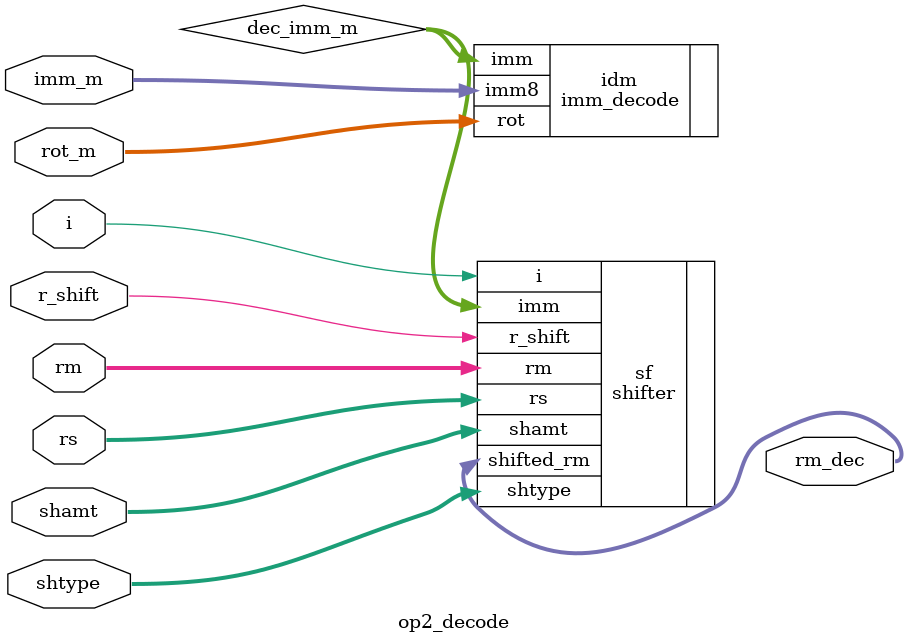
<source format=sv>
`timescale 1ns / 1ps


module op2_decode(
    output logic [15:0] rm_dec,

    input logic [7:0] imm_m,
    input logic [3:0] rot_m,
    input logic [15:0] rm,
    
    input logic i,
    input logic [1:0] shtype,
    input logic r_shift,
    
    input logic [3:0] shamt,
    input logic [15:0] rs
    );

    logic [15:0] dec_imm_m, dec_imm_s;

    imm_decode idm(.imm(dec_imm_m), .imm8(imm_m), .rot(rot_m));
    shifter sf(.shifted_rm(rm_dec), .rm(rm), .imm(dec_imm_m), .rs(rs), .shamt(shamt), .shtype(shtype), .r_shift(r_shift), .i(i));
endmodule

</source>
